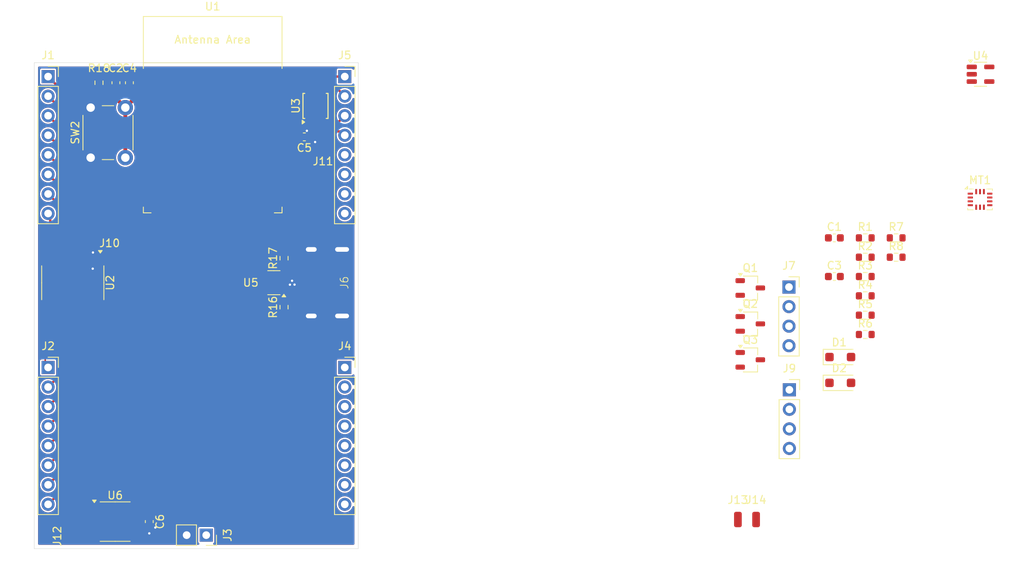
<source format=kicad_pcb>
(kicad_pcb (version 20241229) (generator "pcbnew") (generator_version "9.0")
  (layers (0 "F.Cu" signal) (2 "B.Cu" signal) (13 "F.Paste" user) (15 "B.Paste" user) (5 "F.SilkS" user "F.Silkscreen") (7 "B.SilkS" user "B.Silkscreen") (1 "F.Mask" user) (3 "B.Mask" user) (25 "Edge.Cuts" user))
  (net 0 "")
  (net 1 "+3.3V")
  (net 2 "GND")
  (net 3 "Net-(U1-EN{slash}CHIP_PU)")
  (net 4 "/Vin_reg")
  (net 5 "+5V")
  (net 6 "+5Vin")
  (net 7 "Net-(J1-Pin_1)")
  (net 8 "Net-(J1-Pin_4)")
  (net 9 "Net-(J1-Pin_8)")
  (net 10 "Net-(J1-Pin_2)")
  (net 11 "Net-(J1-Pin_6)")
  (net 12 "Net-(J1-Pin_5)")
  (net 13 "Net-(J1-Pin_3)")
  (net 14 "Net-(J1-Pin_7)")
  (net 15 "Net-(J2-Pin_8)")
  (net 16 "Net-(J2-Pin_2)")
  (net 17 "Net-(J2-Pin_4)")
  (net 18 "Net-(J2-Pin_1)")
  (net 19 "Net-(J2-Pin_3)")
  (net 20 "Net-(J2-Pin_5)")
  (net 21 "Net-(J2-Pin_7)")
  (net 22 "Net-(J2-Pin_6)")
  (net 23 "Net-(J4-Pin_2)")
  (net 24 "Net-(J4-Pin_4)")
  (net 25 "/SCL_{5V}")
  (net 26 "Net-(J4-Pin_3)")
  (net 27 "/RX")
  (net 28 "/SDA_{5V}")
  (net 29 "Net-(J4-Pin_1)")
  (net 30 "/TX")
  (net 31 "Net-(J5-Pin_1)")
  (net 32 "Net-(J5-Pin_3)")
  (net 34 "Net-(J5-Pin_2)")
  (net 37 "Net-(J5-Pin_4)")
  (net 38 "Net-(J6-DP1)")
  (net 39 "Net-(J6-DN1)")
  (net 41 "Net-(J6-CC2)")
  (net 43 "Net-(J6-CC1)")
  (net 44 "/SDA_{3.3V}")
  (net 45 "/SCL_{3.3V}")
  (net 46 "/D+")
  (net 47 "/D-")
  (net 52 "Net-(Q1-S)")
  (net 53 "Net-(U1-U0RXD{slash}GPIO17)")
  (net 70 "Net-(J10-Pin_1)")
  (net 71 "Net-(J11-Pin_1)")
  (net 72 "Net-(J12-Pin_1)")
  (net 73 "Net-(J13-Pin_1)")
  (net 74 "Net-(J14-Pin_1)")
  (footprint "Resistor_SMD:R_0603_1608Metric" (layer "F.Cu") (at 58.4 32.6 -90)
    (property "Reference" "R18" (at -1.9 0 180) (layer "F.SilkS"))
    (property "Value" "10K")
    (pad "1" smd roundrect (at -0.825 0 270) (size 0.8 0.95) (layers "F.Cu" "F.Mask" "F.Paste") (net 1 "+3.3V"))
    (pad "2" smd roundrect (at 0.825 0 270) (size 0.8 0.95) (layers "F.Cu" "F.Mask" "F.Paste") (net 3 "Net-(U1-EN{slash}CHIP_PU)"))
  )
  (footprint "Connector_PinSocket_2.54mm:PinSocket_1x08_P2.54mm_Vertical" (layer "F.Cu") (at 51.8 31.8)
    (property "Reference" "J1" (at 0 -2.77 0) (layer "F.SilkS"))
    (property "Value" "Conn_01x08_Pin")
    (pad "1" thru_hole rect (at 0 0) (size 1.7 1.7) (drill 1) (layers "*.Cu" "*.Mask") (net 7 "Net-(J1-Pin_1)"))
    (pad "2" thru_hole oval (at 0 2.54) (size 1.7 1.7) (drill 1) (layers "*.Cu" "*.Mask") (net 10 "Net-(J1-Pin_2)"))
    (pad "3" thru_hole oval (at 0 5.08) (size 1.7 1.7) (drill 1) (layers "*.Cu" "*.Mask") (net 13 "Net-(J1-Pin_3)"))
    (pad "4" thru_hole oval (at 0 7.62) (size 1.7 1.7) (drill 1) (layers "*.Cu" "*.Mask") (net 8 "Net-(J1-Pin_4)"))
    (pad "5" thru_hole oval (at 0 10.16) (size 1.7 1.7) (drill 1) (layers "*.Cu" "*.Mask") (net 12 "Net-(J1-Pin_5)"))
    (pad "6" thru_hole oval (at 0 12.7) (size 1.7 1.7) (drill 1) (layers "*.Cu" "*.Mask") (net 11 "Net-(J1-Pin_6)"))
    (pad "7" thru_hole oval (at 0 15.24) (size 1.7 1.7) (drill 1) (layers "*.Cu" "*.Mask") (net 14 "Net-(J1-Pin_7)"))
    (pad "8" thru_hole oval (at 0 17.78) (size 1.7 1.7) (drill 1) (layers "*.Cu" "*.Mask") (net 9 "Net-(J1-Pin_8)"))
  )
  (footprint "Resistor_SMD:R_0603_1608Metric" (layer "F.Cu") (at 161.8575 55.26)
    (property "Reference" "R8" (at 0 -1.43 0) (layer "F.SilkS"))
    (property "Value" "10K")
    (pad "1" smd roundrect (at -0.825 0) (size 0.8 0.95) (layers "F.Cu" "F.Mask" "F.Paste") (net 1 "+3.3V"))
    (pad "2" smd roundrect (at 0.825 0) (size 0.8 0.95) (layers "F.Cu" "F.Mask" "F.Paste") (net 52 "Net-(Q1-S)"))
  )
  (footprint "Package_TO_SOT_SMD:SOT-23-6" (layer "F.Cu") (at 81.1 58.57 180)
    (property "Reference" "U5" (at 3 0 0) (layer "F.SilkS"))
    (property "Value" "USBLC6-2SC6")
    (pad "1" smd roundrect (at -1.1375 -0.95 180) (size 1.325 0.6) (layers "F.Cu" "F.Mask" "F.Paste") (net 39 "Net-(J6-DN1)"))
    (pad "2" smd roundrect (at -1.1375 0 180) (size 1.325 0.6) (layers "F.Cu" "F.Mask" "F.Paste") (net 2 "GND"))
    (pad "3" smd roundrect (at -1.1375 0.95 180) (size 1.325 0.6) (layers "F.Cu" "F.Mask" "F.Paste") (net 38 "Net-(J6-DP1)"))
    (pad "4" smd roundrect (at 1.1375 0.95 180) (size 1.325 0.6) (layers "F.Cu" "F.Mask" "F.Paste") (net 46 "/D+"))
    (pad "5" smd roundrect (at 1.1375 0 180) (size 1.325 0.6) (layers "F.Cu" "F.Mask" "F.Paste") (net 6 "+5Vin"))
    (pad "6" smd roundrect (at 1.1375 -0.95 180) (size 1.325 0.6) (layers "F.Cu" "F.Mask" "F.Paste") (net 47 "/D-"))
  )
  (footprint "Diode_SMD:D_SOD-123F" (layer "F.Cu") (at 154.6025 68.23)
    (property "Reference" "D1" (at -0.127 -1.905 0) (layer "F.SilkS"))
    (property "Value" "CMMSH1-60G TR PBFREE")
    (pad "1" smd roundrect (at -1.4 0) (size 1.1 1.1) (layers "F.Cu" "F.Mask" "F.Paste") (roundrect_rratio 0.2272727273) (net 4 "/Vin_reg"))
    (pad "2" smd roundrect (at 1.4 0) (size 1.1 1.1) (layers "F.Cu" "F.Mask" "F.Paste") (roundrect_rratio 0.2272727273) (net 5 "+5V"))
  )
  (footprint "Diode_SMD:D_SOD-123F" (layer "F.Cu") (at 154.6025 71.58)
    (property "Reference" "D2" (at -0.127 -1.905 0) (layer "F.SilkS"))
    (property "Value" "CMMSH1-60G TR PBFREE")
    (pad "1" smd roundrect (at -1.4 0) (size 1.1 1.1) (layers "F.Cu" "F.Mask" "F.Paste") (roundrect_rratio 0.2272727273) (net 4 "/Vin_reg"))
    (pad "2" smd roundrect (at 1.4 0) (size 1.1 1.1) (layers "F.Cu" "F.Mask" "F.Paste") (roundrect_rratio 0.2272727273) (net 6 "+5Vin"))
  )
  (footprint "Resistor_SMD:R_0603_1608Metric" (layer "F.Cu") (at 82.42 61.75 90)
    (property "Reference" "R16" (at 0 -1.43 90) (layer "F.SilkS"))
    (property "Value" "5.1k")
    (pad "1" smd roundrect (at -0.825 0 90) (size 0.8 0.95) (layers "F.Cu" "F.Mask" "F.Paste") (net 2 "GND"))
    (pad "2" smd roundrect (at 0.825 0 90) (size 0.8 0.95) (layers "F.Cu" "F.Mask" "F.Paste") (net 43 "Net-(J6-CC1)"))
  )
  (footprint "Package_SO:TSSOP-10_3x3mm_P0.5mm" (layer "F.Cu") (at 86.5 35.61 90)
    (property "Reference" "U3" (at 0 -2.55 90) (layer "F.SilkS"))
    (property "Value" "ADS1115IDGS")
    (pad "1" smd rect (at -2.15 -1 90) (size 1.1 0.25) (layers "F.Cu" "F.Mask" "F.Paste") (net 2 "GND"))
    (pad "2" smd rect (at -2.15 -0.5 90) (size 1.1 0.25) (layers "F.Cu" "F.Mask" "F.Paste") (net 71 "Net-(J11-Pin_1)"))
    (pad "3" smd rect (at -2.15 0 90) (size 1.1 0.25) (layers "F.Cu" "F.Mask" "F.Paste") (net 2 "GND"))
    (pad "4" smd rect (at -2.15 0.5 90) (size 1.1 0.25) (layers "F.Cu" "F.Mask" "F.Paste") (net 37 "Net-(J5-Pin_4)"))
    (pad "5" smd rect (at -2.15 1 90) (size 1.1 0.25) (layers "F.Cu" "F.Mask" "F.Paste") (net 32 "Net-(J5-Pin_3)"))
    (pad "6" smd rect (at 2.15 1 90) (size 1.1 0.25) (layers "F.Cu" "F.Mask" "F.Paste") (net 34 "Net-(J5-Pin_2)"))
    (pad "7" smd rect (at 2.15 0.5 90) (size 1.1 0.25) (layers "F.Cu" "F.Mask" "F.Paste") (net 31 "Net-(J5-Pin_1)"))
    (pad "8" smd rect (at 2.15 0 90) (size 1.1 0.25) (layers "F.Cu" "F.Mask" "F.Paste") (net 5 "+5V"))
    (pad "9" smd rect (at 2.15 -0.5 90) (size 1.1 0.25) (layers "F.Cu" "F.Mask" "F.Paste") (net 28 "/SDA_{5V}"))
    (pad "10" smd rect (at 2.15 -1 90) (size 1.1 0.25) (layers "F.Cu" "F.Mask" "F.Paste") (net 25 "/SCL_{5V}"))
  )
  (footprint "Package_LGA:Bosch_LGA-14_3x2.5mm_P0.5mm" (layer "F.Cu") (at 172.7425 47.755)
    (property "Reference" "MT1" (at 0 -2.5 0) (layer "F.SilkS"))
    (property "Value" "ICM-42670-P")
    (pad "1" smd rect (at -1.2625 -0.75) (size 0.675 0.25) (layers "F.Cu" "F.Mask" "F.Paste") (net 2 "GND"))
    (pad "2" smd rect (at -1.2625 -0.25) (size 0.675 0.25) (layers "F.Cu" "F.Mask" "F.Paste"))
    (pad "3" smd rect (at -1.2625 0.25) (size 0.675 0.25) (layers "F.Cu" "F.Mask" "F.Paste"))
    (pad "4" smd rect (at -1.2625 0.75) (size 0.675 0.25) (layers "F.Cu" "F.Mask" "F.Paste") (net 73 "Net-(J13-Pin_1)"))
    (pad "5" smd rect (at -0.5 1.0125) (size 0.25 0.675) (layers "F.Cu" "F.Mask" "F.Paste") (net 1 "+3.3V"))
    (pad "6" smd rect (at 0 1.0125) (size 0.25 0.675) (layers "F.Cu" "F.Mask" "F.Paste") (net 2 "GND"))
    (pad "7" smd rect (at 0.5 1.0125) (size 0.25 0.675) (layers "F.Cu" "F.Mask" "F.Paste") (net 2 "GND"))
    (pad "8" smd rect (at 1.2625 0.75) (size 0.675 0.25) (layers "F.Cu" "F.Mask" "F.Paste") (net 1 "+3.3V"))
    (pad "9" smd rect (at 1.2625 0.25) (size 0.675 0.25) (layers "F.Cu" "F.Mask" "F.Paste") (net 74 "Net-(J14-Pin_1)"))
    (pad "10" smd rect (at 1.2625 -0.25) (size 0.675 0.25) (layers "F.Cu" "F.Mask" "F.Paste"))
    (pad "11" smd rect (at 1.2625 -0.75) (size 0.675 0.25) (layers "F.Cu" "F.Mask" "F.Paste"))
    (pad "12" smd rect (at 0.5 -1.0125) (size 0.25 0.675) (layers "F.Cu" "F.Mask" "F.Paste") (net 1 "+3.3V"))
    (pad "13" smd rect (at 0 -1.0125) (size 0.25 0.675) (layers "F.Cu" "F.Mask" "F.Paste") (net 45 "/SCL_{3.3V}"))
    (pad "14" smd rect (at -0.5 -1.0125) (size 0.25 0.675) (layers "F.Cu" "F.Mask" "F.Paste") (net 44 "/SDA_{3.3V}"))
  )
  (footprint "Connector_PinSocket_2.54mm:PinSocket_1x04_P2.54mm_Vertical" (layer "F.Cu") (at 147.9475 59.14)
    (property "Reference" "J7" (at 0 -2.77 0) (layer "F.SilkS"))
    (property "Value" "Conn_01x04_Pin")
    (pad "1" thru_hole rect (at 0 0) (size 1.7 1.7) (drill 1) (layers "*.Cu" "*.Mask") (net 1 "+3.3V"))
    (pad "2" thru_hole oval (at 0 2.54) (size 1.7 1.7) (drill 1) (layers "*.Cu" "*.Mask") (net 45 "/SCL_{3.3V}"))
    (pad "3" thru_hole oval (at 0 5.08) (size 1.7 1.7) (drill 1) (layers "*.Cu" "*.Mask") (net 44 "/SDA_{3.3V}"))
    (pad "4" thru_hole oval (at 0 7.62) (size 1.7 1.7) (drill 1) (layers "*.Cu" "*.Mask") (net 2 "GND"))
  )
  (footprint "Resistor_SMD:R_0603_1608Metric" (layer "F.Cu") (at 157.8475 57.77)
    (property "Reference" "R3" (at 0 -1.43 0) (layer "F.SilkS"))
    (property "Value" "10K")
    (pad "1" smd roundrect (at -0.825 0) (size 0.8 0.95) (layers "F.Cu" "F.Mask" "F.Paste") (net 53 "Net-(U1-U0RXD{slash}GPIO17)"))
    (pad "2" smd roundrect (at 0.825 0) (size 0.8 0.95) (layers "F.Cu" "F.Mask" "F.Paste") (net 27 "/RX"))
  )
  (footprint "Button_Switch_THT:SW_PUSH_6mm" (layer "F.Cu") (at 57.32 42.33 90)
    (property "Reference" "SW2" (at 3.25 -2 90) (layer "F.SilkS"))
    (property "Value" "SW_Push")
    (pad "1" thru_hole circle (at 0 0 180) (size 2 2) (drill 1.1) (layers "*.Cu" "*.Mask") (net 2 "GND"))
    (pad "1" thru_hole circle (at 6.5 0 180) (size 2 2) (drill 1.1) (layers "*.Cu" "*.Mask") (net 2 "GND"))
    (pad "2" thru_hole circle (at 0 4.5 180) (size 2 2) (drill 1.1) (layers "*.Cu" "*.Mask") (net 3 "Net-(U1-EN{slash}CHIP_PU)"))
    (pad "2" thru_hole circle (at 6.5 4.5 180) (size 2 2) (drill 1.1) (layers "*.Cu" "*.Mask") (net 3 "Net-(U1-EN{slash}CHIP_PU)"))
  )
  (footprint "Capacitor_SMD:C_0603_1608Metric" (layer "F.Cu") (at 60.6 32.6 -90)
    (property "Reference" "C2" (at -1.9 0 180) (layer "F.SilkS"))
    (property "Value" "1µF")
    (pad "1" smd roundrect (at -0.775 0 270) (size 0.9 0.95) (layers "F.Cu" "F.Mask" "F.Paste") (net 2 "GND"))
    (pad "2" smd roundrect (at 0.775 0 270) (size 0.9 0.95) (layers "F.Cu" "F.Mask" "F.Paste") (net 3 "Net-(U1-EN{slash}CHIP_PU)"))
  )
  (footprint "Connector_PinSocket_2.54mm:PinSocket_1x02_P2.54mm_Vertical" (layer "F.Cu") (at 72.32 91.36 -90)
    (property "Reference" "J3" (at 0 -2.77 90) (layer "F.SilkS"))
    (property "Value" "Conn_01x02_Pin")
    (pad "1" thru_hole rect (at 0 0 270) (size 1.7 1.7) (drill 1) (layers "*.Cu" "*.Mask") (net 5 "+5V"))
    (pad "2" thru_hole oval (at 0 2.54 270) (size 1.7 1.7) (drill 1) (layers "*.Cu" "*.Mask") (net 2 "GND"))
  )
  (footprint "Resistor_SMD:R_0603_1608Metric" (layer "F.Cu") (at 157.8475 62.79)
    (property "Reference" "R5" (at 0 -1.43 0) (layer "F.SilkS"))
    (property "Value" "10K")
    (pad "1" smd roundrect (at -0.825 0) (size 0.8 0.95) (layers "F.Cu" "F.Mask" "F.Paste") (net 28 "/SDA_{5V}"))
    (pad "2" smd roundrect (at 0.825 0) (size 0.8 0.95) (layers "F.Cu" "F.Mask" "F.Paste") (net 5 "+5V"))
  )
  (footprint "Connector_USB:usb4215-3472997" (layer "F.Cu") (at 92.05 58.57 90)
    (property "Reference" "J6" (at 0 -1.8 90) (layer "F.SilkS") (effects (font (thickness 0.1))))
    (property "Value" "USB4215-03-A_REVA")
    (pad "A1_B12" smd roundrect (at -3.2 -6.675 90) (size 0.6 1.15) (layers "F.Cu" "F.Mask" "F.Paste") (roundrect_rratio 0.15) (net 2 "GND"))
    (pad "A4_B9" smd roundrect (at -2.4 -6.675 90) (size 0.6 1.15) (layers "F.Cu" "F.Mask" "F.Paste") (roundrect_rratio 0.15) (net 6 "+5Vin"))
    (pad "A5" smd roundrect (at -1.25 -6.675 90) (size 0.3 1.15) (layers "F.Cu" "F.Mask" "F.Paste") (roundrect_rratio 0.15) (net 43 "Net-(J6-CC1)"))
    (pad "A6" smd roundrect (at -0.25 -6.675 90) (size 0.3 1.15) (layers "F.Cu" "F.Mask" "F.Paste") (roundrect_rratio 0.15) (net 38 "Net-(J6-DP1)"))
    (pad "A7" smd roundrect (at 0.25 -6.675 90) (size 0.3 1.15) (layers "F.Cu" "F.Mask" "F.Paste") (roundrect_rratio 0.15) (net 39 "Net-(J6-DN1)"))
    (pad "A8" smd roundrect (at 1.25 -6.675 90) (size 0.3 1.15) (layers "F.Cu" "F.Mask" "F.Paste") (roundrect_rratio 0.15))
    (pad "B1_A12" smd roundrect (at 3.2 -6.675 90) (size 0.6 1.15) (layers "F.Cu" "F.Mask" "F.Paste") (roundrect_rratio 0.15) (net 2 "GND"))
    (pad "B4_A9" smd roundrect (at 2.4 -6.675 90) (size 0.6 1.15) (layers "F.Cu" "F.Mask" "F.Paste") (roundrect_rratio 0.15) (net 6 "+5Vin"))
    (pad "B5" smd roundrect (at 1.75 -6.675 90) (size 0.3 1.15) (layers "F.Cu" "F.Mask" "F.Paste") (roundrect_rratio 0.15) (net 41 "Net-(J6-CC2)"))
    (pad "B6" smd roundrect (at 0.75 -6.675 90) (size 0.3 1.15) (layers "F.Cu" "F.Mask" "F.Paste") (roundrect_rratio 0.15) (net 38 "Net-(J6-DP1)"))
    (pad "B7" smd roundrect (at -0.75 -6.675 90) (size 0.3 1.15) (layers "F.Cu" "F.Mask" "F.Paste") (roundrect_rratio 0.15) (net 39 "Net-(J6-DN1)"))
    (pad "B8" smd roundrect (at -1.75 -6.675 90) (size 0.3 1.15) (layers "F.Cu" "F.Mask" "F.Paste") (roundrect_rratio 0.15))
    (pad "SH1" thru_hole roundrect (at -4.32 -6.1 90) (size 1 1.8) (drill oval 0.6 1.4) (layers "*.Cu" "*.Mask") (roundrect_rratio 0.15) (net 2 "GND"))
    (pad "SH2" thru_hole roundrect (at 4.32 -6.1 90) (size 1 1.8) (drill oval 0.6 1.4) (layers "*.Cu" "*.Mask") (roundrect_rratio 0.15) (net 2 "GND"))
    (pad "SH3" thru_hole roundrect (at 4.32 -2.1 90) (size 1 2.2) (drill oval 0.6 1.8) (layers "*.Cu" "*.Mask") (roundrect_rratio 0.15) (net 2 "GND"))
    (pad "SH4" thru_hole roundrect (at -4.32 -2.1 90) (size 1 2.2) (drill oval 0.6 1.8) (layers "*.Cu" "*.Mask") (roundrect_rratio 0.15) (net 2 "GND"))
  )
  (footprint "Connector_Wire:SolderWirePad_1x01_SMD_1x2mm" (layer "F.Cu") (at 143.68 89.33)
    (property "Reference" "J14" (at 0 -2.54 0) (layer "F.SilkS"))
    (property "Value" "Conn_01x01")
    (pad "1" smd roundrect (at 0 0) (size 1 2) (layers "F.Cu" "F.Mask") (net 74 "Net-(J14-Pin_1)"))
  )
  (footprint "Resistor_SMD:R_0603_1608Metric" (layer "F.Cu") (at 157.8475 55.26)
    (property "Reference" "R2" (at 0 -1.43 0) (layer "F.SilkS"))
    (property "Value" "20K")
    (pad "1" smd roundrect (at -0.825 0) (size 0.8 0.95) (layers "F.Cu" "F.Mask" "F.Paste") (net 53 "Net-(U1-U0RXD{slash}GPIO17)"))
    (pad "2" smd roundrect (at 0.825 0) (size 0.8 0.95) (layers "F.Cu" "F.Mask" "F.Paste") (net 2 "GND"))
  )
  (footprint "Capacitor_SMD:C_0603_1608Metric" (layer "F.Cu") (at 153.8375 57.77)
    (property "Reference" "C3" (at 0 -1.43 0) (layer "F.SilkS"))
    (property "Value" "1µF")
    (pad "1" smd roundrect (at -0.775 0) (size 0.9 0.95) (layers "F.Cu" "F.Mask" "F.Paste") (net 4 "/Vin_reg"))
    (pad "2" smd roundrect (at 0.775 0) (size 0.9 0.95) (layers "F.Cu" "F.Mask" "F.Paste") (net 2 "GND"))
  )
  (footprint "Resistor_SMD:R_0603_1608Metric" (layer "F.Cu") (at 157.8475 52.75)
    (property "Reference" "R1" (at 0 -1.43 0) (layer "F.SilkS"))
    (property "Value" "10K")
    (pad "1" smd roundrect (at -0.825 0) (size 0.8 0.95) (layers "F.Cu" "F.Mask" "F.Paste") (net 5 "+5V"))
    (pad "2" smd roundrect (at 0.825 0) (size 0.8 0.95) (layers "F.Cu" "F.Mask" "F.Paste") (net 30 "/TX"))
  )
  (footprint "Package_TO_SOT_SMD:TSOT-23" (layer "F.Cu") (at 142.9275 68.585)
    (property "Reference" "Q3" (at 0 -2.6 0) (layer "F.SilkS"))
    (property "Value" "MMBT7001K")
    (pad "1" smd roundrect (at -1.31 -0.95) (size 1.22 0.65) (layers "F.Cu" "F.Mask" "F.Paste") (net 1 "+3.3V"))
    (pad "2" smd roundrect (at -1.31 0.95) (size 1.22 0.65) (layers "F.Cu" "F.Mask" "F.Paste") (net 45 "/SCL_{3.3V}"))
    (pad "3" smd roundrect (at 1.31 0) (size 1.22 0.65) (layers "F.Cu" "F.Mask" "F.Paste") (net 25 "/SCL_{5V}"))
  )
  (footprint "Package_TO_SOT_SMD:SOT-23-5" (layer "F.Cu") (at 172.8075 31.495)
    (property "Reference" "U4" (at 0 -2.4 0) (layer "F.SilkS"))
    (property "Value" "TLV75733PDBV")
    (pad "1" smd roundrect (at -1.1375 -0.95) (size 1.325 0.6) (layers "F.Cu" "F.Mask" "F.Paste") (net 4 "/Vin_reg"))
    (pad "2" smd roundrect (at -1.1375 0) (size 1.325 0.6) (layers "F.Cu" "F.Mask" "F.Paste") (net 2 "GND"))
    (pad "3" smd roundrect (at -1.1375 0.95) (size 1.325 0.6) (layers "F.Cu" "F.Mask" "F.Paste") (net 4 "/Vin_reg"))
    (pad "4" smd roundrect (at 1.1375 0.95) (size 1.325 0.6) (layers "F.Cu" "F.Mask" "F.Paste"))
    (pad "5" smd roundrect (at 1.1375 -0.95) (size 1.325 0.6) (layers "F.Cu" "F.Mask" "F.Paste") (net 1 "+3.3V"))
  )
  (footprint "Package_TO_SOT_SMD:TSOT-23" (layer "F.Cu") (at 142.9275 59.255)
    (property "Reference" "Q1" (at 0 -2.6 0) (layer "F.SilkS"))
    (property "Value" "MMBT7001K")
    (pad "1" smd roundrect (at -1.31 -0.95) (size 1.22 0.65) (layers "F.Cu" "F.Mask" "F.Paste") (net 1 "+3.3V"))
    (pad "2" smd roundrect (at -1.31 0.95) (size 1.22 0.65) (layers "F.Cu" "F.Mask" "F.Paste") (net 52 "Net-(Q1-S)"))
    (pad "3" smd roundrect (at 1.31 0) (size 1.22 0.65) (layers "F.Cu" "F.Mask" "F.Paste") (net 30 "/TX"))
  )
  (footprint "Connector_PinSocket_2.54mm:PinSocket_1x08_P2.54mm_Vertical" (layer "F.Cu") (at 51.8 69.58)
    (property "Reference" "J2" (at 0 -2.77 0) (layer "F.SilkS"))
    (property "Value" "Conn_01x08_Pin")
    (pad "1" thru_hole rect (at 0 0) (size 1.7 1.7) (drill 1) (layers "*.Cu" "*.Mask") (net 18 "Net-(J2-Pin_1)"))
    (pad "2" thru_hole oval (at 0 2.54) (size 1.7 1.7) (drill 1) (layers "*.Cu" "*.Mask") (net 16 "Net-(J2-Pin_2)"))
    (pad "3" thru_hole oval (at 0 5.08) (size 1.7 1.7) (drill 1) (layers "*.Cu" "*.Mask") (net 19 "Net-(J2-Pin_3)"))
    (pad "4" thru_hole oval (at 0 7.62) (size 1.7 1.7) (drill 1) (layers "*.Cu" "*.Mask") (net 17 "Net-(J2-Pin_4)"))
    (pad "5" thru_hole oval (at 0 10.16) (size 1.7 1.7) (drill 1) (layers "*.Cu" "*.Mask") (net 20 "Net-(J2-Pin_5)"))
    (pad "6" thru_hole oval (at 0 12.7) (size 1.7 1.7) (drill 1) (layers "*.Cu" "*.Mask") (net 22 "Net-(J2-Pin_6)"))
    (pad "7" thru_hole oval (at 0 15.24) (size 1.7 1.7) (drill 1) (layers "*.Cu" "*.Mask") (net 21 "Net-(J2-Pin_7)"))
    (pad "8" thru_hole oval (at 0 17.78) (size 1.7 1.7) (drill 1) (layers "*.Cu" "*.Mask") (net 15 "Net-(J2-Pin_8)"))
  )
  (footprint "Resistor_SMD:R_0603_1608Metric" (layer "F.Cu") (at 157.8475 65.3)
    (property "Reference" "R6" (at 0 -1.43 0) (layer "F.SilkS"))
    (property "Value" "10K")
    (pad "1" smd roundrect (at -0.825 0) (size 0.8 0.95) (layers "F.Cu" "F.Mask" "F.Paste") (net 44 "/SDA_{3.3V}"))
    (pad "2" smd roundrect (at 0.825 0) (size 0.8 0.95) (layers "F.Cu" "F.Mask" "F.Paste") (net 1 "+3.3V"))
  )
  (footprint "Connector_PinSocket_2.54mm:PinSocket_1x08_P2.54mm_Vertical" (layer "F.Cu") (at 90.3 69.58)
    (property "Reference" "J4" (at 0 -2.77 0) (layer "F.SilkS"))
    (property "Value" "Conn_01x08_Pin")
    (pad "1" thru_hole rect (at 0 0) (size 1.7 1.7) (drill 1) (layers "*.Cu" "*.Mask") (net 29 "Net-(J4-Pin_1)"))
    (pad "2" thru_hole oval (at 0 2.54) (size 1.7 1.7) (drill 1) (layers "*.Cu" "*.Mask") (net 23 "Net-(J4-Pin_2)"))
    (pad "3" thru_hole oval (at 0 5.08) (size 1.7 1.7) (drill 1) (layers "*.Cu" "*.Mask") (net 26 "Net-(J4-Pin_3)"))
    (pad "4" thru_hole oval (at 0 7.62) (size 1.7 1.7) (drill 1) (layers "*.Cu" "*.Mask") (net 24 "Net-(J4-Pin_4)"))
    (pad "5" thru_hole oval (at 0 10.16) (size 1.7 1.7) (drill 1) (layers "*.Cu" "*.Mask") (net 27 "/RX"))
    (pad "6" thru_hole oval (at 0 12.7) (size 1.7 1.7) (drill 1) (layers "*.Cu" "*.Mask") (net 30 "/TX"))
    (pad "7" thru_hole oval (at 0 15.24) (size 1.7 1.7) (drill 1) (layers "*.Cu" "*.Mask") (net 25 "/SCL_{5V}"))
    (pad "8" thru_hole oval (at 0 17.78) (size 1.7 1.7) (drill 1) (layers "*.Cu" "*.Mask") (net 28 "/SDA_{5V}"))
  )
  (footprint "Connector_Wire:SolderWirePad_1x01_SMD_1x2mm" (layer "F.Cu") (at 141.32 89.33)
    (property "Reference" "J13" (at 0 -2.54 0) (layer "F.SilkS"))
    (property "Value" "Conn_01x01")
    (pad "1" smd roundrect (at 0 0) (size 1 2) (layers "F.Cu" "F.Mask") (net 73 "Net-(J13-Pin_1)"))
  )
  (footprint "Capacitor_SMD:C_0603_1608Metric" (layer "F.Cu") (at 85.05 39.63 180)
    (property "Reference" "C5" (at 0 -1.43 0) (layer "F.SilkS"))
    (property "Value" "1µF")
    (pad "1" smd roundrect (at -0.775 0 180) (size 0.9 0.95) (layers "F.Cu" "F.Mask" "F.Paste") (net 2 "GND"))
    (pad "2" smd roundrect (at 0.775 0 180) (size 0.9 0.95) (layers "F.Cu" "F.Mask" "F.Paste") (net 5 "+5V"))
  )
  (footprint "Package_SO:SOIC-8_3.9x4.9mm_P1.27mm" (layer "F.Cu") (at 60.5 89.6)
    (property "Reference" "U6" (at 0 -3.4 0) (layer "F.SilkS"))
    (property "Value" "MLX90395KDC-BBA-101-RE")
    (pad "1" smd roundrect (at -2.475 -1.905) (size 1.95 0.6) (layers "F.Cu" "F.Mask" "F.Paste") (net 45 "/SCL_{3.3V}"))
    (pad "2" smd roundrect (at -2.475 -0.635) (size 1.95 0.6) (layers "F.Cu" "F.Mask" "F.Paste") (net 44 "/SDA_{3.3V}"))
    (pad "3" smd roundrect (at -2.475 0.635) (size 1.95 0.6) (layers "F.Cu" "F.Mask" "F.Paste") (net 2 "GND"))
    (pad "4" smd roundrect (at -2.475 1.905) (size 1.95 0.6) (layers "F.Cu" "F.Mask" "F.Paste") (net 72 "Net-(J12-Pin_1)"))
    (pad "5" smd roundrect (at 2.475 1.905) (size 1.95 0.6) (layers "F.Cu" "F.Mask" "F.Paste") (net 2 "GND"))
    (pad "6" smd roundrect (at 2.475 0.635) (size 1.95 0.6) (layers "F.Cu" "F.Mask" "F.Paste") (net 2 "GND"))
    (pad "7" smd roundrect (at 2.475 -0.635) (size 1.95 0.6) (layers "F.Cu" "F.Mask" "F.Paste") (net 1 "+3.3V"))
    (pad "8" smd roundrect (at 2.475 -1.905) (size 1.95 0.6) (layers "F.Cu" "F.Mask" "F.Paste") (net 1 "+3.3V"))
  )
  (footprint "Package_TO_SOT_SMD:TSOT-23" (layer "F.Cu") (at 142.9275 63.92)
    (property "Reference" "Q2" (at 0 -2.6 0) (layer "F.SilkS"))
    (property "Value" "MMBT7001K")
    (pad "1" smd roundrect (at -1.31 -0.95) (size 1.22 0.65) (layers "F.Cu" "F.Mask" "F.Paste") (net 1 "+3.3V"))
    (pad "2" smd roundrect (at -1.31 0.95) (size 1.22 0.65) (layers "F.Cu" "F.Mask" "F.Paste") (net 44 "/SDA_{3.3V}"))
    (pad "3" smd roundrect (at 1.31 0) (size 1.22 0.65) (layers "F.Cu" "F.Mask" "F.Paste") (net 28 "/SDA_{5V}"))
  )
  (footprint "Connector_PinSocket_2.54mm:PinSocket_1x04_P2.54mm_Vertical" (layer "F.Cu") (at 148 72.48)
    (property "Reference" "J9" (at 0 -2.77 0) (layer "F.SilkS"))
    (property "Value" "Conn_01x04_Pin")
    (pad "1" thru_hole rect (at 0 0) (size 1.7 1.7) (drill 1) (layers "*.Cu" "*.Mask") (net 1 "+3.3V"))
    (pad "2" thru_hole oval (at 0 2.54) (size 1.7 1.7) (drill 1) (layers "*.Cu" "*.Mask") (net 45 "/SCL_{3.3V}"))
    (pad "3" thru_hole oval (at 0 5.08) (size 1.7 1.7) (drill 1) (layers "*.Cu" "*.Mask") (net 44 "/SDA_{3.3V}"))
    (pad "4" thru_hole oval (at 0 7.62) (size 1.7 1.7) (drill 1) (layers "*.Cu" "*.Mask") (net 2 "GND"))
  )
  (footprint "Connector_PinSocket_2.54mm:PinSocket_1x08_P2.54mm_Vertical" (layer "F.Cu") (at 90.3 31.8)
    (property "Reference" "J5" (at 0 -2.77 0) (layer "F.SilkS"))
    (property "Value" "Conn_01x08_Pin")
    (pad "1" thru_hole rect (at 0 0) (size 1.7 1.7) (drill 1) (layers "*.Cu" "*.Mask") (net 31 "Net-(J5-Pin_1)"))
    (pad "2" thru_hole oval (at 0 2.54) (size 1.7 1.7) (drill 1) (layers "*.Cu" "*.Mask") (net 34 "Net-(J5-Pin_2)"))
    (pad "3" thru_hole oval (at 0 5.08) (size 1.7 1.7) (drill 1) (layers "*.Cu" "*.Mask") (net 32 "Net-(J5-Pin_3)"))
    (pad "4" thru_hole oval (at 0 7.62) (size 1.7 1.7) (drill 1) (layers "*.Cu" "*.Mask") (net 37 "Net-(J5-Pin_4)"))
    (pad "5" thru_hole oval (at 0 10.16) (size 1.7 1.7) (drill 1) (layers "*.Cu" "*.Mask"))
    (pad "6" thru_hole oval (at 0 12.7) (size 1.7 1.7) (drill 1) (layers "*.Cu" "*.Mask"))
    (pad "7" thru_hole oval (at 0 15.24) (size 1.7 1.7) (drill 1) (layers "*.Cu" "*.Mask"))
    (pad "8" thru_hole oval (at 0 17.78) (size 1.7 1.7) (drill 1) (layers "*.Cu" "*.Mask"))
  )
  (footprint "Resistor_SMD:R_0603_1608Metric" (layer "F.Cu") (at 161.8575 52.75)
    (property "Reference" "R7" (at 0 -1.43 0) (layer "F.SilkS"))
    (property "Value" "10K")
    (pad "1" smd roundrect (at -0.825 0) (size 0.8 0.95) (layers "F.Cu" "F.Mask" "F.Paste") (net 45 "/SCL_{3.3V}"))
    (pad "2" smd roundrect (at 0.825 0) (size 0.8 0.95) (layers "F.Cu" "F.Mask" "F.Paste") (net 1 "+3.3V"))
  )
  (footprint "Resistor_SMD:R_0603_1608Metric" (layer "F.Cu") (at 82.42 55.39 -90)
    (property "Reference" "R17" (at 0 1.43 90) (layer "F.SilkS"))
    (property "Value" "5.1k")
    (pad "1" smd roundrect (at -0.825 0 270) (size 0.8 0.95) (layers "F.Cu" "F.Mask" "F.Paste") (net 2 "GND"))
    (pad "2" smd roundrect (at 0.825 0 270) (size 0.8 0.95) (layers "F.Cu" "F.Mask" "F.Paste") (net 41 "Net-(J6-CC2)"))
  )
  (footprint "Package_SO:TSSOP-24_4.4x7.8mm_P0.65mm" (layer "F.Cu") (at 55 58.58 -90)
    (property "Reference" "U2" (at 0 -4.85 90) (layer "F.SilkS"))
    (property "Value" "TCA9535DBR")
    (pad "1" smd roundrect (at -2.8625 -3.575 270) (size 1.475 0.4) (layers "F.Cu" "F.Mask" "F.Paste") (net 70 "Net-(J10-Pin_1)"))
    (pad "2" smd roundrect (at -2.8625 -2.925 270) (size 1.475 0.4) (layers "F.Cu" "F.Mask" "F.Paste") (net 2 "GND"))
    (pad "3" smd roundrect (at -2.8625 -2.275 270) (size 1.475 0.4) (layers "F.Cu" "F.Mask" "F.Paste") (net 2 "GND"))
    (pad "4" smd roundrect (at -2.8625 -1.625 270) (size 1.475 0.4) (layers "F.Cu" "F.Mask" "F.Paste") (net 7 "Net-(J1-Pin_1)"))
    (pad "5" smd roundrect (at -2.8625 -0.975 270) (size 1.475 0.4) (layers "F.Cu" "F.Mask" "F.Paste") (net 10 "Net-(J1-Pin_2)"))
    (pad "6" smd roundrect (at -2.8625 -0.325 270) (size 1.475 0.4) (layers "F.Cu" "F.Mask" "F.Paste") (net 13 "Net-(J1-Pin_3)"))
    (pad "7" smd roundrect (at -2.8625 0.325 270) (size 1.475 0.4) (layers "F.Cu" "F.Mask" "F.Paste") (net 8 "Net-(J1-Pin_4)"))
    (pad "8" smd roundrect (at -2.8625 0.975 270) (size 1.475 0.4) (layers "F.Cu" "F.Mask" "F.Paste") (net 12 "Net-(J1-Pin_5)"))
    (pad "9" smd roundrect (at -2.8625 1.625 270) (size 1.475 0.4) (layers "F.Cu" "F.Mask" "F.Paste") (net 11 "Net-(J1-Pin_6)"))
    (pad "10" smd roundrect (at -2.8625 2.275 270) (size 1.475 0.4) (layers "F.Cu" "F.Mask" "F.Paste") (net 14 "Net-(J1-Pin_7)"))
    (pad "11" smd roundrect (at -2.8625 2.925 270) (size 1.475 0.4) (layers "F.Cu" "F.Mask" "F.Paste") (net 9 "Net-(J1-Pin_8)"))
    (pad "12" smd roundrect (at -2.8625 3.575 270) (size 1.475 0.4) (layers "F.Cu" "F.Mask" "F.Paste") (net 2 "GND"))
    (pad "13" smd roundrect (at 2.8625 3.575 270) (size 1.475 0.4) (layers "F.Cu" "F.Mask" "F.Paste") (net 18 "Net-(J2-Pin_1)"))
    (pad "14" smd roundrect (at 2.8625 2.925 270) (size 1.475 0.4) (layers "F.Cu" "F.Mask" "F.Paste") (net 16 "Net-(J2-Pin_2)"))
    (pad "15" smd roundrect (at 2.8625 2.275 270) (size 1.475 0.4) (layers "F.Cu" "F.Mask" "F.Paste") (net 19 "Net-(J2-Pin_3)"))
    (pad "16" smd roundrect (at 2.8625 1.625 270) (size 1.475 0.4) (layers "F.Cu" "F.Mask" "F.Paste") (net 17 "Net-(J2-Pin_4)"))
    (pad "17" smd roundrect (at 2.8625 0.975 270) (size 1.475 0.4) (layers "F.Cu" "F.Mask" "F.Paste") (net 20 "Net-(J2-Pin_5)"))
    (pad "18" smd roundrect (at 2.8625 0.325 270) (size 1.475 0.4) (layers "F.Cu" "F.Mask" "F.Paste") (net 22 "Net-(J2-Pin_6)"))
    (pad "19" smd roundrect (at 2.8625 -0.325 270) (size 1.475 0.4) (layers "F.Cu" "F.Mask" "F.Paste") (net 21 "Net-(J2-Pin_7)"))
    (pad "20" smd roundrect (at 2.8625 -0.975 270) (size 1.475 0.4) (layers "F.Cu" "F.Mask" "F.Paste") (net 15 "Net-(J2-Pin_8)"))
    (pad "21" smd roundrect (at 2.8625 -1.625 270) (size 1.475 0.4) (layers "F.Cu" "F.Mask" "F.Paste") (net 2 "GND"))
    (pad "22" smd roundrect (at 2.8625 -2.275 270) (size 1.475 0.4) (layers "F.Cu" "F.Mask" "F.Paste") (net 25 "/SCL_{5V}"))
    (pad "23" smd roundrect (at 2.8625 -2.925 270) (size 1.475 0.4) (layers "F.Cu" "F.Mask" "F.Paste") (net 28 "/SDA_{5V}"))
    (pad "24" smd roundrect (at 2.8625 -3.575 270) (size 1.475 0.4) (layers "F.Cu" "F.Mask" "F.Paste") (net 5 "+5V"))
  )
  (footprint "Connector_Wire:SolderWirePad_1x01_SMD_1x2mm" (layer "F.Cu") (at 55.53 91.5 90)
    (property "Reference" "J12" (at 0 -2.54 90) (layer "F.SilkS"))
    (property "Value" "Conn_01x01")
    (pad "1" smd roundrect (at 0 0 90) (size 1 2) (layers "F.Cu" "F.Mask") (net 72 "Net-(J12-Pin_1)"))
  )
  (footprint "Capacitor_SMD:C_0603_1608Metric" (layer "F.Cu") (at 64.93 89.6 90)
    (property "Reference" "C6" (at 0 1.39 90) (layer "F.SilkS"))
    (property "Value" "1µF")
    (pad "1" smd roundrect (at -0.775 0 90) (size 0.9 0.95) (layers "F.Cu" "F.Mask" "F.Paste") (net 2 "GND"))
    (pad "2" smd roundrect (at 0.775 0 90) (size 0.9 0.95) (layers "F.Cu" "F.Mask" "F.Paste") (net 1 "+3.3V"))
  )
  (footprint "Capacitor_SMD:C_0603_1608Metric" (layer "F.Cu") (at 62.35 32.6 -90)
    (property "Reference" "C4" (at -1.9 0 180) (layer "F.SilkS"))
    (property "Value" "1µF")
    (pad "1" smd roundrect (at -0.775 0 270) (size 0.9 0.95) (layers "F.Cu" "F.Mask" "F.Paste") (net 2 "GND"))
    (pad "2" smd roundrect (at 0.775 0 270) (size 0.9 0.95) (layers "F.Cu" "F.Mask" "F.Paste") (net 1 "+3.3V"))
  )
  (footprint "Capacitor_SMD:C_0603_1608Metric" (layer "F.Cu") (at 153.8375 52.75)
    (property "Reference" "C1" (at 0 -1.43 0) (layer "F.SilkS"))
    (property "Value" "1µF")
    (pad "1" smd roundrect (at -0.775 0) (size 0.9 0.95) (layers "F.Cu" "F.Mask" "F.Paste") (net 1 "+3.3V"))
    (pad "2" smd roundrect (at 0.775 0) (size 0.9 0.95) (layers "F.Cu" "F.Mask" "F.Paste") (net 2 "GND"))
  )
  (footprint "Connector_Wire:SolderWirePad_1x01_SMD_1x2mm" (layer "F.Cu") (at 87.48 40.27 180)
    (property "Reference" "J11" (at 0 -2.54 0) (layer "F.SilkS"))
    (property "Value" "Conn_01x01")
    (pad "1" smd roundrect (at 0 0 180) (size 1 2) (layers "F.Cu" "F.Mask") (net 71 "Net-(J11-Pin_1)"))
  )
  (footprint "Connector_Wire:SolderWirePad_1x01_SMD_1x2mm" (layer "F.Cu") (at 59.78 55.98)
    (property "Reference" "J10" (at 0 -2.54 0) (layer "F.SilkS"))
    (property "Value" "Conn_01x01")
    (pad "1" smd roundrect (at 0 0) (size 1 2) (layers "F.Cu" "F.Mask") (net 70 "Net-(J10-Pin_1)"))
  )
  (footprint "Resistor_SMD:R_0603_1608Metric" (layer "F.Cu") (at 157.8475 60.28)
    (property "Reference" "R4" (at 0 -1.43 0) (layer "F.SilkS"))
    (property "Value" "10K")
    (pad "1" smd roundrect (at -0.825 0) (size 0.8 0.95) (layers "F.Cu" "F.Mask" "F.Paste") (net 25 "/SCL_{5V}"))
    (pad "2" smd roundrect (at 0.825 0) (size 0.8 0.95) (layers "F.Cu" "F.Mask" "F.Paste") (net 5 "+5V"))
  )
  (footprint "PCM_Espressif:ESP32-C6-WROOM-1" (layer "F.Cu") (at 73.16 39.75)
    (property "Reference" "U1" (at 0 -17.05 0) (layer "F.SilkS"))
    (property "Value" "ESP32-C6-WROOM-1")
    (fp_text user "Antenna Area" (at 0 -12.75 0) (layer "F.SilkS"))
    (pad "1" smd rect (at -8.75 -8.26) (size 1.5 0.9) (layers "F.Cu" "F.Mask" "F.Paste") (net 2 "GND"))
    (pad "2" smd rect (at -8.75 -6.99) (size 1.5 0.9) (layers "F.Cu" "F.Mask" "F.Paste") (net 1 "+3.3V"))
    (pad "3" smd rect (at -8.75 -5.72) (size 1.5 0.9) (layers "F.Cu" "F.Mask" "F.Paste") (net 3 "Net-(U1-EN{slash}CHIP_PU)"))
    (pad "4" smd rect (at -8.75 -4.45) (size 1.5 0.9) (layers "F.Cu" "F.Mask" "F.Paste"))
    (pad "5" smd rect (at -8.75 -3.18) (size 1.5 0.9) (layers "F.Cu" "F.Mask" "F.Paste"))
    (pad "6" smd rect (at -8.75 -1.91) (size 1.5 0.9) (layers "F.Cu" "F.Mask" "F.Paste"))
    (pad "7" smd rect (at -8.75 -0.64) (size 1.5 0.9) (layers "F.Cu" "F.Mask" "F.Paste"))
    (pad "8" smd rect (at -8.75 0.63) (size 1.5 0.9) (layers "F.Cu" "F.Mask" "F.Paste"))
    (pad "9" smd rect (at -8.75 1.9) (size 1.5 0.9) (layers "F.Cu" "F.Mask" "F.Paste"))
    (pad "10" smd rect (at -8.75 3.17) (size 1.5 0.9) (layers "F.Cu" "F.Mask" "F.Paste"))
    (pad "11" smd rect (at -8.75 4.44) (size 1.5 0.9) (layers "F.Cu" "F.Mask" "F.Paste") (net 44 "/SDA_{3.3V}"))
    (pad "12" smd rect (at -8.75 5.71) (size 1.5 0.9) (layers "F.Cu" "F.Mask" "F.Paste") (net 45 "/SCL_{3.3V}"))
    (pad "13" smd rect (at -8.75 6.98) (size 1.5 0.9) (layers "F.Cu" "F.Mask" "F.Paste") (net 47 "/D-"))
    (pad "14" smd rect (at -8.75 8.25) (size 1.5 0.9) (layers "F.Cu" "F.Mask" "F.Paste") (net 46 "/D+"))
    (pad "15" smd rect (at 8.75 8.25 180) (size 1.5 0.9) (layers "F.Cu" "F.Mask" "F.Paste"))
    (pad "16" smd rect (at 8.75 6.98 180) (size 1.5 0.9) (layers "F.Cu" "F.Mask" "F.Paste") (net 24 "Net-(J4-Pin_4)"))
    (pad "17" smd rect (at 8.75 5.71 180) (size 1.5 0.9) (layers "F.Cu" "F.Mask" "F.Paste") (net 26 "Net-(J4-Pin_3)"))
    (pad "18" smd rect (at 8.75 4.44 180) (size 1.5 0.9) (layers "F.Cu" "F.Mask" "F.Paste") (net 23 "Net-(J4-Pin_2)"))
    (pad "19" smd rect (at 8.75 3.17 180) (size 1.5 0.9) (layers "F.Cu" "F.Mask" "F.Paste") (net 29 "Net-(J4-Pin_1)"))
    (pad "20" smd rect (at 8.75 1.9 180) (size 1.5 0.9) (layers "F.Cu" "F.Mask" "F.Paste"))
    (pad "21" smd rect (at 8.75 0.63 180) (size 1.5 0.9) (layers "F.Cu" "F.Mask" "F.Paste"))
    (pad "22" smd rect (at 8.75 -0.64 180) (size 1.5 0.9) (layers "F.Cu" "F.Mask" "F.Paste"))
    (pad "23" smd rect (at 8.75 -1.91 180) (size 1.5 0.9) (layers "F.Cu" "F.Mask" "F.Paste"))
    (pad "24" smd rect (at 8.75 -3.18 180) (size 1.5 0.9) (layers "F.Cu" "F.Mask" "F.Paste") (net 53 "Net-(U1-U0RXD{slash}GPIO17)"))
    (pad "25" smd rect (at 8.75 -4.45 180) (size 1.5 0.9) (layers "F.Cu" "F.Mask" "F.Paste") (net 52 "Net-(Q1-S)"))
    (pad "26" smd rect (at 8.75 -5.72 180) (size 1.5 0.9) (layers "F.Cu" "F.Mask" "F.Paste"))
    (pad "27" smd rect (at 8.75 -6.99 180) (size 1.5 0.9) (layers "F.Cu" "F.Mask" "F.Paste"))
    (pad "28" smd rect (at 8.75 -8.26 180) (size 1.5 0.9) (layers "F.Cu" "F.Mask" "F.Paste") (net 2 "GND"))
    (pad "29" smd rect (at -2.755 -3.79 180) (size 0.8 0.8) (layers "F.Cu" "F.Mask" "F.Paste") (net 2 "GND"))
    (pad "29" smd rect (at -2.755 -2.54 180) (size 0.8 0.8) (layers "F.Cu" "F.Mask" "F.Paste") (net 2 "GND"))
    (pad "29" smd rect (at -2.755 -1.29 180) (size 0.8 0.8) (layers "F.Cu" "F.Mask" "F.Paste") (net 2 "GND"))
    (pad "29" smd rect (at -1.505 -3.79 180) (size 0.8 0.8) (layers "F.Cu" "F.Mask" "F.Paste") (net 2 "GND"))
    (pad "29" smd rect (at -1.505 -2.54 180) (size 0.8 0.8) (layers "F.Cu" "F.Mask" "F.Paste") (net 2 "GND"))
    (pad "29" smd rect (at -1.505 -1.29 180) (size 0.8 0.8) (layers "F.Cu" "F.Mask" "F.Paste") (net 2 "GND"))
    (pad "29" smd rect (at -0.255 -3.79 180) (size 0.8 0.8) (layers "F.Cu" "F.Mask" "F.Paste") (net 2 "GND"))
    (pad "29" smd rect (at -0.255 -2.54 180) (size 0.8 0.8) (layers "F.Cu" "F.Mask" "F.Paste") (net 2 "GND"))
    (pad "29" smd rect (at -0.255 -1.29 180) (size 0.8 0.8) (layers "F.Cu" "F.Mask" "F.Paste") (net 2 "GND"))
    (zone (net 0) (net_name "") (layers "F.Cu" "B.Cu") (name "antenna keepout") (connect_pads (clearance 0)) (min_thickness 0.254)
      (keepout (tracks not_allowed) (vias not_allowed) (pads not_allowed) (copperpour not_allowed) (footprints not_allowed))
      (fill (thermal_gap 0.508) (thermal_bridge_width 0.508))
      (polygon (pts (xy 82.16 30) (xy 64.16 30) (xy 64.16 24) (xy 82.16 24)))
    )
  )
  (gr_line (start 92.05 30) (end 92.05 93.11) (stroke (width 0.05)) (layer "Edge.Cuts"))
  (gr_line (start 92.05 93.11) (end 50 93.11) (stroke (width 0.05)) (layer "Edge.Cuts"))
  (gr_line (start 50 30) (end 92.05 30) (stroke (width 0.05)) (layer "Edge.Cuts"))
  (gr_line (start 50 93.11) (end 50 30) (stroke (width 0.05)) (layer "Edge.Cuts"))
  (segment (start 59.225 32.6) (end 59.937758 32.6) (width 0.5) (layer "F.Cu") (net 1))
  (segment (start 61.575 32.6) (end 59.225 32.6) (width 0.25) (layer "F.Cu") (net 1))
  (segment (start 61.575 32.6) (end 61.262242 32.6) (width 0.5) (layer "F.Cu") (net 1))
  (segment (start 62.965 32.76) (end 64.41 32.76) (width 0.5) (layer "F.Cu") (net 1))
  (segment (start 58.4 31.775) (end 59.225 32.6) (width 0.5) (layer "F.Cu") (net 1))
  (segment (start 62.35 33.375) (end 62.965 32.76) (width 0.5) (layer "F.Cu") (net 1))
  (segment (start 62.35 33.375) (end 61.575 32.6) (width 0.5) (layer "F.Cu") (net 1))
  (via (at 57.62 54.65) (size 0.6) (drill 0.3) (layers "F.Cu" "B.Cu") (net 2))
  (via (at 65.715 90.375) (size 0.6) (drill 0.3) (layers "F.Cu" "B.Cu") (net 2))
  (via (at 57.59 56.75) (size 0.6) (drill 0.3) (layers "F.Cu" "B.Cu") (net 2))
  (via (at 83.18 58.83) (size 0.6) (drill 0.3) (layers "F.Cu" "B.Cu") (net 2))
  (via (at 85.38 38.84) (size 0.6) (drill 0.3) (layers "F.Cu" "B.Cu") (net 2))
  (via (at 64.93 91.13) (size 0.6) (drill 0.3) (layers "F.Cu" "B.Cu") (net 2))
  (via (at 83.46 58.32) (size 0.6) (drill 0.3) (layers "F.Cu" "B.Cu") (net 2))
  (via (at 86.45 40.3) (size 0.6) (drill 0.3) (layers "F.Cu" "B.Cu") (net 2))
  (via (at 83.78 58.82) (size 0.6) (drill 0.3) (layers "F.Cu" "B.Cu") (net 2))
  (segment (start 58.45 33.375) (end 58.4 33.425) (width 0.5) (layer "F.Cu") (net 3))
  (segment (start 64.41 34.03) (end 63.62 34.03) (width 0.5) (layer "F.Cu") (net 3))
  (segment (start 60.6 33.375) (end 58.45 33.375) (width 0.5) (layer "F.Cu") (net 3))
  (segment (start 61.82 35.83) (end 61.82 42.33) (width 0.5) (layer "F.Cu") (net 3))
  (segment (start 63.62 34.03) (end 61.82 35.83) (width 0.5) (layer "F.Cu") (net 3))
  (segment (start 60.6 33.375) (end 60.6 34.61) (width 0.5) (layer "F.Cu") (net 3))
  (segment (start 60.6 34.61) (end 61.82 35.83) (width 0.5) (layer "F.Cu") (net 3))
  (segment (start 84.275 37.408) (end 86.5 35.183) (width 0.5) (layer "F.Cu") (net 5))
  (segment (start 86.5 35.183) (end 86.5 34.461) (width 0.5) (layer "F.Cu") (net 5))
  (segment (start 84.275 39.63) (end 84.275 37.408) (width 0.5) (layer "F.Cu") (net 5))
  (segment (start 81.1 59.105544) (end 81.1 59.925) (width 0.55) (layer "F.Cu") (net 6))
  (segment (start 83.670654 61.75) (end 83.066906 61.75) (width 0.6) (layer "F.Cu") (net 6))
  (segment (start 79.9625 58.57) (end 80.624999 58.57) (width 0.5) (layer "F.Cu") (net 6))
  (segment (start 81.124 57.08) (end 81.124 56.039094) (width 0.6) (layer "F.Cu") (net 6))
  (segment (start 81.1 57.104) (end 81.124 57.08) (width 0.55) (layer "F.Cu") (net 6))
  (segment (start 83.068453 55.388453) (end 83.066906 55.39) (width 0.6) (layer "F.Cu") (net 6))
  (segment (start 80.7209 58.57) (end 81.124 58.1669) (width 0.5) (layer "F.Cu") (net 6))
  (segment (start 85.375 56.17) (end 83.85 56.17) (width 0.6) (layer "F.Cu") (net 6))
  (segment (start 86.14 60.97) (end 86.952 60.158) (width 0.6) (layer "F.Cu") (net 6))
  (segment (start 85.375 60.97) (end 84.379942 60.97) (width 0.5) (layer "F.Cu") (net 6))
  (segment (start 81.1 59.925) (end 81.1 61.076906) (width 0.55) (layer "F.Cu") (net 6))
  (segment (start 81.1 61.076906) (end 81.773094 61.75) (width 0.55) (layer "F.Cu") (net 6))
  (segment (start 83.85 56.17) (end 83.068453 55.388453) (width 0.6) (layer "F.Cu") (net 6))
  (segment (start 85.375 60.97) (end 84.450654 60.97) (width 0.6) (layer "F.Cu") (net 6))
  (segment (start 81.124 59.069001) (end 81.124 58.1669) (width 0.5) (layer "F.Cu") (net 6))
  (segment (start 84.379942 60.97) (end 83.599942 61.75) (width 0.5) (layer "F.Cu") (net 6))
  (segment (start 81.124 57.08) (end 81.124 56.71) (width 0.5) (layer "F.Cu") (net 6))
  (segment (start 86.952 60.158) (end 86.952 56.962) (width 0.6) (layer "F.Cu") (net 6))
  (segment (start 80.564456 58.57) (end 81.1 58.034456) (width 0.55) (layer "F.Cu") (net 6))
  (segment (start 83.599942 61.75) (end 82.996196 61.75) (width 0.5) (layer "F.Cu") (net 6))
  (segment (start 85.375 60.97) (end 86.14 60.97) (width 0.6) (layer "F.Cu") (net 6))
  (segment (start 84.450654 60.97) (end 83.670654 61.75) (width 0.6) (layer "F.Cu") (net 6))
  (segment (start 81.1 59.925) (end 81.1 57.104) (width 0.55) (layer "F.Cu") (net 6))
  (segment (start 86.952 56.962) (end 86.16 56.17) (width 0.6) (layer "F.Cu") (net 6))
  (segment (start 86.16 56.17) (end 85.375 56.17) (width 0.6) (layer "F.Cu") (net 6))
  (segment (start 81.124 56.039094) (end 81.773094 55.39) (width 0.6) (layer "F.Cu") (net 6))
  (segment (start 81.1 58.034456) (end 81.1 57.104) (width 0.55) (layer "F.Cu") (net 6))
  (segment (start 79.9625 58.57) (end 80.7209 58.57) (width 0.5) (layer "F.Cu") (net 6))
  (segment (start 80.624999 58.57) (end 81.124 59.069001) (width 0.5) (layer "F.Cu") (net 6))
  (segment (start 79.9625 58.57) (end 80.564456 58.57) (width 0.55) (layer "F.Cu") (net 6))
  (segment (start 80.564456 58.57) (end 81.1 59.105544) (width 0.55) (layer "F.Cu") (net 6))
  (segment (start 54.79726 34.79726) (end 51.8 31.8) (width 0.3) (layer "F.Cu") (net 7))
  (segment (start 56.625 43.950919) (end 54.79726 42.12318) (width 0.3) (layer "F.Cu") (net 7))
  (segment (start 54.79726 42.12318) (end 54.79726 34.79726) (width 0.3) (layer "F.Cu") (net 7))
  (segment (start 56.625 55.7175) (end 56.625 43.950919) (width 0.3) (layer "F.Cu") (net 7))
  (segment (start 53.29426 40.91426) (end 53.29426 42.74574) (width 0.3) (layer "F.Cu") (net 8))
  (segment (start 51.8 39.42) (end 53.29426 40.91426) (width 0.3) (layer "F.Cu") (net 8))
  (segment (start 53.29426 42.74574) (end 54.675 44.12648) (width 0.3) (layer "F.Cu") (net 8))
  (segment (start 54.675 44.12648) (end 54.675 55.7175) (width 0.3) (layer "F.Cu") (net 8))
  (segment (start 52.075 49.855) (end 51.8 49.58) (width 0.3) (layer "F.Cu") (net 9))
  (segment (start 52.075 55.7175) (end 52.075 49.855) (width 0.3) (layer "F.Cu") (net 9))
  (segment (start 54.29626 36.83626) (end 54.29626 42.3307) (width 0.3) (layer "F.Cu") (net 10))
  (segment (start 51.8 34.34) (end 54.29626 36.83626) (width 0.3) (layer "F.Cu") (net 10))
  (segment (start 55.975 44.00944) (end 55.975 55.7175) (width 0.3) (layer "F.Cu") (net 10))
  (segment (start 54.29626 42.3307) (end 55.975 44.00944) (width 0.3) (layer "F.Cu") (net 10))
  (segment (start 53.502 50.284991) (end 53.502 46.202) (width 0.3) (layer "F.Cu") (net 11))
  (segment (start 53.375 55.7175) (end 53.375 50.411991) (width 0.3) (layer "F.Cu") (net 11))
  (segment (start 53.375 50.411991) (end 53.502 50.284991) (width 0.3) (layer "F.Cu") (net 11))
  (segment (start 53.502 46.202) (end 51.8 44.5) (width 0.3) (layer "F.Cu") (net 11))
  (segment (start 54.025 44.185) (end 51.8 41.96) (width 0.3) (layer "F.Cu") (net 12))
  (segment (start 54.025 55.7175) (end 54.025 44.185) (width 0.3) (layer "F.Cu") (net 12))
  (segment (start 55.325 44.067959) (end 53.79526 42.53822) (width 0.3) (layer "F.Cu") (net 13))
  (segment (start 53.79526 38.87526) (end 51.8 36.88) (width 0.3) (layer "F.Cu") (net 13))
  (segment (start 55.325 55.7175) (end 55.325 44.067959) (width 0.3) (layer "F.Cu") (net 13))
  (segment (start 53.79526 42.53822) (end 53.79526 38.87526) (width 0.3) (layer "F.Cu") (net 13))
  (segment (start 52.725 50.353471) (end 53.001 50.077471) (width 0.3) (layer "F.Cu") (net 14))
  (segment (start 53.001 48.241) (end 51.8 47.04) (width 0.3) (layer "F.Cu") (net 14))
  (segment (start 52.725 55.7175) (end 52.725 50.353471) (width 0.3) (layer "F.Cu") (net 14))
  (segment (start 53.001 50.077471) (end 53.001 48.241) (width 0.3) (layer "F.Cu") (net 14))
  (segment (start 56.007 61.4745) (end 55.975 61.4425) (width 0.3) (layer "F.Cu") (net 15))
  (segment (start 51.8 87.36) (end 56.007 83.153) (width 0.3) (layer "F.Cu") (net 15))
  (segment (start 56.007 83.153) (end 56.007 61.4745) (width 0.3) (layer "F.Cu") (net 15))
  (segment (start 52.075 67.453) (end 53.001 68.379) (width 0.3) (layer "F.Cu") (net 16))
  (segment (start 51.8 72.12) (end 53.001 70.919) (width 0.3) (layer "F.Cu") (net 16))
  (segment (start 52.075 61.4425) (end 52.075 67.453) (width 0.3) (layer "F.Cu") (net 16))
  (segment (start 53.001 68.379) (end 53.001 70.919) (width 0.3) (layer "F.Cu") (net 16))
  (segment (start 51.8 77.2) (end 54.003 74.997) (width 0.3) (layer "F.Cu") (net 17))
  (segment (start 54.003 67.963959) (end 53.375 67.33596) (width 0.3) (layer "F.Cu") (net 17))
  (segment (start 53.375 67.33596) (end 53.375 61.4425) (width 0.3) (layer "F.Cu") (net 17))
  (segment (start 54.003 74.997) (end 54.003 67.963959) (width 0.3) (layer "F.Cu") (net 17))
  (segment (start 51.425 61.4425) (end 51.425 69.205) (width 0.2) (layer "F.Cu") (net 18))
  (segment (start 51.425 69.205) (end 51.8 69.58) (width 0.2) (layer "F.Cu") (net 18))
  (segment (start 53.502 68.17148) (end 53.502 72.958) (width 0.3) (layer "F.Cu") (net 19))
  (segment (start 52.725 61.4425) (end 52.725 67.39448) (width 0.3) (layer "F.Cu") (net 19))
  (segment (start 52.725 67.39448) (end 53.502 68.17148) (width 0.3) (layer "F.Cu") (net 19))
  (segment (start 53.502 72.958) (end 51.8 74.66) (width 0.3) (layer "F.Cu") (net 19))
  (segment (start 54.504 77.036) (end 51.8 79.74) (width 0.3) (layer "F.Cu") (net 20))
  (segment (start 54.025 67.277439) (end 54.504 67.756438) (width 0.3) (layer "F.Cu") (net 20))
  (segment (start 54.504 67.756438) (end 54.504 77.036) (width 0.3) (layer "F.Cu") (net 20))
  (segment (start 54.025 61.4425) (end 54.025 67.277439) (width 0.3) (layer "F.Cu") (net 20))
  (segment (start 55.325 67.160396) (end 55.506 67.341397) (width 0.3) (layer "F.Cu") (net 21))
  (segment (start 55.506 81.114) (end 51.8 84.82) (width 0.3) (layer "F.Cu") (net 21))
  (segment (start 55.325 61.4425) (end 55.325 67.160396) (width 0.3) (layer "F.Cu") (net 21))
  (segment (start 55.506 67.341397) (end 55.506 81.114) (width 0.3) (layer "F.Cu") (net 21))
  (segment (start 51.8 82.28) (end 55.005 79.075) (width 0.3) (layer "F.Cu") (net 22))
  (segment (start 55.005 67.548917) (end 54.675 67.218917) (width 0.3) (layer "F.Cu") (net 22))
  (segment (start 55.005 79.075) (end 55.005 67.548917) (width 0.3) (layer "F.Cu") (net 22))
  (segment (start 54.675 67.218917) (end 54.675 61.4425) (width 0.3) (layer "F.Cu") (net 22))
  (segment (start 87.783 31.8) (end 90.3 31.8) (width 0.3) (layer "F.Cu") (net 31))
  (segment (start 87 33.46) (end 87 32.583) (width 0.3) (layer "F.Cu") (net 31))
  (segment (start 87 32.583) (end 87.783 31.8) (width 0.3) (layer "F.Cu") (net 31))
  (segment (start 87.5 37.76) (end 89.42 37.76) (width 0.3) (layer "F.Cu") (net 32))
  (segment (start 89.42 37.76) (end 90.3 36.88) (width 0.3) (layer "F.Cu") (net 32))
  (segment (start 90.3 34.34) (end 89.42 33.46) (width 0.3) (layer "F.Cu") (net 34))
  (segment (start 89.42 33.46) (end 87.5 33.46) (width 0.3) (layer "F.Cu") (net 34))
  (segment (start 89.799 38.919) (end 90.3 39.42) (width 0.3) (layer "F.Cu") (net 37))
  (segment (start 87 38.449) (end 87.47 38.919) (width 0.3) (layer "F.Cu") (net 37))
  (segment (start 87 37.76) (end 87 38.449) (width 0.3) (layer "F.Cu") (net 37))
  (segment (start 87.47 38.919) (end 89.799 38.919) (width 0.3) (layer "F.Cu") (net 37))
  (segment (start 85.375 58.82) (end 84.67 58.82) (width 0.3) (layer "F.Cu") (net 38))
  (segment (start 84.06 57.82) (end 83.86 57.62) (width 0.3) (layer "F.Cu") (net 38))
  (segment (start 84.67 58.82) (end 84.37 58.52) (width 0.3) (layer "F.Cu") (net 38))
  (segment (start 84.68 57.82) (end 84.56 57.94) (width 0.3) (layer "F.Cu") (net 38))
  (segment (start 85.375 57.82) (end 84.68 57.82) (width 0.3) (layer "F.Cu") (net 38))
  (segment (start 82.2375 57.62) (end 83.86 57.62) (width 0.3) (layer "F.Cu") (net 38))
  (segment (start 83.86 57.62) (end 84.37 58.13) (width 0.3) (layer "F.Cu") (net 38))
  (segment (start 84.37 58.13) (end 84.56 57.94) (width 0.3) (layer "F.Cu") (net 38))
  (segment (start 84.68 57.82) (end 84.06 57.82) (width 0.3) (layer "F.Cu") (net 38))
  (segment (start 84.37 58.52) (end 84.37 58.13) (width 0.3) (layer "F.Cu") (net 38))
  (segment (start 82.2375 59.52) (end 84.271479 59.52) (width 0.3) (layer "F.Cu") (net 39))
  (segment (start 84.471479 59.32) (end 85.375 59.32) (width 0.3) (layer "F.Cu") (net 39))
  (segment (start 85.375 58.32) (end 86.08 58.32) (width 0.3) (layer "F.Cu") (net 39))
  (segment (start 85.375 59.32) (end 86.14 59.32) (width 0.3) (layer "F.Cu") (net 39))
  (segment (start 86.301 59.159) (end 86.301 58.541) (width 0.3) (layer "F.Cu") (net 39))
  (segment (start 84.271479 59.52) (end 84.471479 59.32) (width 0.3) (layer "F.Cu") (net 39))
  (segment (start 86.08 58.32) (end 86.301 58.541) (width 0.3) (layer "F.Cu") (net 39))
  (segment (start 86.14 59.32) (end 86.301 59.159) (width 0.3) (layer "F.Cu") (net 39))
  (segment (start 85.375 56.82) (end 83.025 56.82) (width 0.3) (layer "F.Cu") (net 41))
  (segment (start 83.025 56.82) (end 82.42 56.215) (width 0.3) (layer "F.Cu") (net 41))
  (segment (start 83.575 60.925) (end 82.42 60.925) (width 0.3) (layer "F.Cu") (net 43))
  (segment (start 84.68 59.82) (end 83.575 60.925) (width 0.3) (layer "F.Cu") (net 43))
  (segment (start 85.375 59.82) (end 84.68 59.82) (width 0.3) (layer "F.Cu") (net 43))
  (segment (start 87.48 39.94) (end 87.48 40.27) (width 0.3) (layer "F.Cu") (net 71))
  (segment (start 86 37.76) (end 86 38.46) (width 0.3) (layer "F.Cu") (net 71))
  (segment (start 86 38.46) (end 87.48 39.94) (width 0.3) (layer "F.Cu") (net 71))
  (segment (start 58.02 91.5) (end 58.025 91.505) (width 0.5) (layer "F.Cu") (net 72))
  (segment (start 55.53 91.5) (end 58.02 91.5) (width 0.6) (layer "F.Cu") (net 72))
  (zone (net 70) (net_name "Net-(J10-Pin_1)") (layer "F.Cu") (priority 3) (connect_pads yes (clearance 0.25)) (min_thickness 0.25) (fill yes (thermal_gap 0.5) (thermal_bridge_width 0.5))
    (polygon (pts (xy 59.51 54.98) (xy 58.66 54.98) (xy 58.66 56.45) (xy 59.51 56.98)))
  )
  (zone (net 6) (net_name "+5Vin") (layer "F.Cu") (priority 2) (connect_pads (clearance 0.2)) (min_thickness 0.25) (fill yes (thermal_gap 0.5) (thermal_bridge_width 0.5))
    (polygon (pts (xy 81.69 55.14) (xy 83.15 55.14) (xy 83.15 55.66) (xy 81.69 55.66)))
  )
  (zone (net 1) (net_name "+3.3V") (layer "F.Cu") (priority 1) (connect_pads (clearance 0.2)) (min_thickness 0.25) (fill yes (thermal_gap 0.5) (thermal_bridge_width 0.5))
    (polygon (pts (xy 59.94 32.35) (xy 61.26 32.35) (xy 61.26 32.85) (xy 59.94 32.85)))
  )
  (zone (net 5) (net_name "+5V") (layer "F.Cu") (priority 4) (connect_pads yes (clearance 0.2)) (min_thickness 0.25) (fill yes (thermal_gap 0.5) (thermal_bridge_width 0.5))
    (polygon (pts (xy 86.25 34.72) (xy 86.25 32.91) (xy 86.75 32.91) (xy 86.75 34.72)))
  )
  (zone (net 6) (net_name "+5Vin") (layer "F.Cu") (priority 2) (connect_pads (clearance 0.2)) (min_thickness 0.25) (fill yes (thermal_gap 0.5) (thermal_bridge_width 0.5))
    (polygon (pts (xy 81.68 61.48) (xy 83.14 61.48) (xy 83.14 62) (xy 81.68 62)))
  )
  (zone (net 1) (net_name "+3.3V") (layer "F.Cu") (priority 5) (connect_pads yes (clearance 0.2)) (min_thickness 0.25) (fill yes (thermal_gap 0.5) (thermal_bridge_width 0.5))
    (polygon (pts (xy 62 89.3) (xy 65.41 89.3) (xy 65.41 88.37) (xy 63.95 87.39) (xy 62 87.39)))
  )
  (zone (net 2) (net_name "GND") (layers "F.Cu" "B.Cu") (connect_pads yes (clearance 0.2)) (min_thickness 0.25) (fill yes (thermal_gap 0.5) (thermal_bridge_width 0.5))
    (polygon (pts (xy 50 30) (xy 50 93.11) (xy 92.05 93.11) (xy 92.05 30)))
  )
)
</source>
